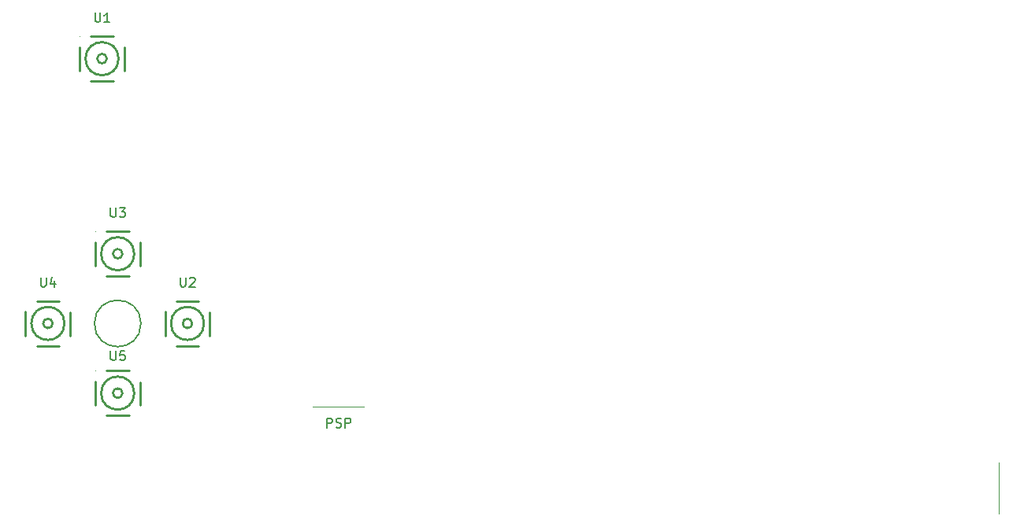
<source format=gbr>
%TF.GenerationSoftware,KiCad,Pcbnew,7.0.5*%
%TF.CreationDate,2023-06-27T09:31:13+01:00*%
%TF.ProjectId,lbuttons,6c627574-746f-46e7-932e-6b696361645f,rev?*%
%TF.SameCoordinates,Original*%
%TF.FileFunction,Legend,Top*%
%TF.FilePolarity,Positive*%
%FSLAX46Y46*%
G04 Gerber Fmt 4.6, Leading zero omitted, Abs format (unit mm)*
G04 Created by KiCad (PCBNEW 7.0.5) date 2023-06-27 09:31:13*
%MOMM*%
%LPD*%
G01*
G04 APERTURE LIST*
%ADD10C,0.150000*%
%ADD11C,0.254000*%
%ADD12C,0.059995*%
%ADD13C,0.120000*%
G04 APERTURE END LIST*
D10*
X127000000Y-115500000D02*
G75*
G03*
X127000000Y-115500000I-2500000J0D01*
G01*
X147011905Y-126704819D02*
X147011905Y-125704819D01*
X147011905Y-125704819D02*
X147392857Y-125704819D01*
X147392857Y-125704819D02*
X147488095Y-125752438D01*
X147488095Y-125752438D02*
X147535714Y-125800057D01*
X147535714Y-125800057D02*
X147583333Y-125895295D01*
X147583333Y-125895295D02*
X147583333Y-126038152D01*
X147583333Y-126038152D02*
X147535714Y-126133390D01*
X147535714Y-126133390D02*
X147488095Y-126181009D01*
X147488095Y-126181009D02*
X147392857Y-126228628D01*
X147392857Y-126228628D02*
X147011905Y-126228628D01*
X147964286Y-126657200D02*
X148107143Y-126704819D01*
X148107143Y-126704819D02*
X148345238Y-126704819D01*
X148345238Y-126704819D02*
X148440476Y-126657200D01*
X148440476Y-126657200D02*
X148488095Y-126609580D01*
X148488095Y-126609580D02*
X148535714Y-126514342D01*
X148535714Y-126514342D02*
X148535714Y-126419104D01*
X148535714Y-126419104D02*
X148488095Y-126323866D01*
X148488095Y-126323866D02*
X148440476Y-126276247D01*
X148440476Y-126276247D02*
X148345238Y-126228628D01*
X148345238Y-126228628D02*
X148154762Y-126181009D01*
X148154762Y-126181009D02*
X148059524Y-126133390D01*
X148059524Y-126133390D02*
X148011905Y-126085771D01*
X148011905Y-126085771D02*
X147964286Y-125990533D01*
X147964286Y-125990533D02*
X147964286Y-125895295D01*
X147964286Y-125895295D02*
X148011905Y-125800057D01*
X148011905Y-125800057D02*
X148059524Y-125752438D01*
X148059524Y-125752438D02*
X148154762Y-125704819D01*
X148154762Y-125704819D02*
X148392857Y-125704819D01*
X148392857Y-125704819D02*
X148535714Y-125752438D01*
X148964286Y-126704819D02*
X148964286Y-125704819D01*
X148964286Y-125704819D02*
X149345238Y-125704819D01*
X149345238Y-125704819D02*
X149440476Y-125752438D01*
X149440476Y-125752438D02*
X149488095Y-125800057D01*
X149488095Y-125800057D02*
X149535714Y-125895295D01*
X149535714Y-125895295D02*
X149535714Y-126038152D01*
X149535714Y-126038152D02*
X149488095Y-126133390D01*
X149488095Y-126133390D02*
X149440476Y-126181009D01*
X149440476Y-126181009D02*
X149345238Y-126228628D01*
X149345238Y-126228628D02*
X148964286Y-126228628D01*
%TO.C,U1*%
X122058072Y-82054768D02*
X122058072Y-82864291D01*
X122058072Y-82864291D02*
X122105691Y-82959529D01*
X122105691Y-82959529D02*
X122153310Y-83007149D01*
X122153310Y-83007149D02*
X122248548Y-83054768D01*
X122248548Y-83054768D02*
X122439024Y-83054768D01*
X122439024Y-83054768D02*
X122534262Y-83007149D01*
X122534262Y-83007149D02*
X122581881Y-82959529D01*
X122581881Y-82959529D02*
X122629500Y-82864291D01*
X122629500Y-82864291D02*
X122629500Y-82054768D01*
X123629500Y-83054768D02*
X123058072Y-83054768D01*
X123343786Y-83054768D02*
X123343786Y-82054768D01*
X123343786Y-82054768D02*
X123248548Y-82197625D01*
X123248548Y-82197625D02*
X123153310Y-82292863D01*
X123153310Y-82292863D02*
X123058072Y-82340482D01*
%TO.C,U5*%
X123738095Y-118454819D02*
X123738095Y-119264342D01*
X123738095Y-119264342D02*
X123785714Y-119359580D01*
X123785714Y-119359580D02*
X123833333Y-119407200D01*
X123833333Y-119407200D02*
X123928571Y-119454819D01*
X123928571Y-119454819D02*
X124119047Y-119454819D01*
X124119047Y-119454819D02*
X124214285Y-119407200D01*
X124214285Y-119407200D02*
X124261904Y-119359580D01*
X124261904Y-119359580D02*
X124309523Y-119264342D01*
X124309523Y-119264342D02*
X124309523Y-118454819D01*
X125261904Y-118454819D02*
X124785714Y-118454819D01*
X124785714Y-118454819D02*
X124738095Y-118931009D01*
X124738095Y-118931009D02*
X124785714Y-118883390D01*
X124785714Y-118883390D02*
X124880952Y-118835771D01*
X124880952Y-118835771D02*
X125119047Y-118835771D01*
X125119047Y-118835771D02*
X125214285Y-118883390D01*
X125214285Y-118883390D02*
X125261904Y-118931009D01*
X125261904Y-118931009D02*
X125309523Y-119026247D01*
X125309523Y-119026247D02*
X125309523Y-119264342D01*
X125309523Y-119264342D02*
X125261904Y-119359580D01*
X125261904Y-119359580D02*
X125214285Y-119407200D01*
X125214285Y-119407200D02*
X125119047Y-119454819D01*
X125119047Y-119454819D02*
X124880952Y-119454819D01*
X124880952Y-119454819D02*
X124785714Y-119407200D01*
X124785714Y-119407200D02*
X124738095Y-119359580D01*
%TO.C,U2*%
X131238095Y-110554768D02*
X131238095Y-111364291D01*
X131238095Y-111364291D02*
X131285714Y-111459529D01*
X131285714Y-111459529D02*
X131333333Y-111507149D01*
X131333333Y-111507149D02*
X131428571Y-111554768D01*
X131428571Y-111554768D02*
X131619047Y-111554768D01*
X131619047Y-111554768D02*
X131714285Y-111507149D01*
X131714285Y-111507149D02*
X131761904Y-111459529D01*
X131761904Y-111459529D02*
X131809523Y-111364291D01*
X131809523Y-111364291D02*
X131809523Y-110554768D01*
X132238095Y-110650006D02*
X132285714Y-110602387D01*
X132285714Y-110602387D02*
X132380952Y-110554768D01*
X132380952Y-110554768D02*
X132619047Y-110554768D01*
X132619047Y-110554768D02*
X132714285Y-110602387D01*
X132714285Y-110602387D02*
X132761904Y-110650006D01*
X132761904Y-110650006D02*
X132809523Y-110745244D01*
X132809523Y-110745244D02*
X132809523Y-110840482D01*
X132809523Y-110840482D02*
X132761904Y-110983339D01*
X132761904Y-110983339D02*
X132190476Y-111554768D01*
X132190476Y-111554768D02*
X132809523Y-111554768D01*
%TO.C,U4*%
X116238095Y-110554768D02*
X116238095Y-111364291D01*
X116238095Y-111364291D02*
X116285714Y-111459529D01*
X116285714Y-111459529D02*
X116333333Y-111507149D01*
X116333333Y-111507149D02*
X116428571Y-111554768D01*
X116428571Y-111554768D02*
X116619047Y-111554768D01*
X116619047Y-111554768D02*
X116714285Y-111507149D01*
X116714285Y-111507149D02*
X116761904Y-111459529D01*
X116761904Y-111459529D02*
X116809523Y-111364291D01*
X116809523Y-111364291D02*
X116809523Y-110554768D01*
X117714285Y-110888101D02*
X117714285Y-111554768D01*
X117476190Y-110507149D02*
X117238095Y-111221434D01*
X117238095Y-111221434D02*
X117857142Y-111221434D01*
%TO.C,U3*%
X123738095Y-103054768D02*
X123738095Y-103864291D01*
X123738095Y-103864291D02*
X123785714Y-103959529D01*
X123785714Y-103959529D02*
X123833333Y-104007149D01*
X123833333Y-104007149D02*
X123928571Y-104054768D01*
X123928571Y-104054768D02*
X124119047Y-104054768D01*
X124119047Y-104054768D02*
X124214285Y-104007149D01*
X124214285Y-104007149D02*
X124261904Y-103959529D01*
X124261904Y-103959529D02*
X124309523Y-103864291D01*
X124309523Y-103864291D02*
X124309523Y-103054768D01*
X124690476Y-103054768D02*
X125309523Y-103054768D01*
X125309523Y-103054768D02*
X124976190Y-103435720D01*
X124976190Y-103435720D02*
X125119047Y-103435720D01*
X125119047Y-103435720D02*
X125214285Y-103483339D01*
X125214285Y-103483339D02*
X125261904Y-103530958D01*
X125261904Y-103530958D02*
X125309523Y-103626196D01*
X125309523Y-103626196D02*
X125309523Y-103864291D01*
X125309523Y-103864291D02*
X125261904Y-103959529D01*
X125261904Y-103959529D02*
X125214285Y-104007149D01*
X125214285Y-104007149D02*
X125119047Y-104054768D01*
X125119047Y-104054768D02*
X124833333Y-104054768D01*
X124833333Y-104054768D02*
X124738095Y-104007149D01*
X124738095Y-104007149D02*
X124690476Y-103959529D01*
D11*
%TO.C,U1*%
X124597854Y-87000000D02*
G75*
G03*
X124597854Y-87000000I-1778004J0D01*
G01*
X123327851Y-87000000D02*
G75*
G03*
X123327851Y-87000000I-508001J0D01*
G01*
D12*
X120449974Y-84600127D02*
G75*
G03*
X120449974Y-84600127I-29997J0D01*
G01*
D11*
X125219977Y-85800127D02*
X125219977Y-88300127D01*
X124018732Y-89400051D02*
X121620968Y-89400051D01*
X121620968Y-84599949D02*
X124018732Y-84599949D01*
X120419977Y-85731267D02*
X120419977Y-88300127D01*
%TO.C,U5*%
X122100000Y-121731267D02*
X122100000Y-124300127D01*
X123300991Y-120599949D02*
X125698755Y-120599949D01*
X125698755Y-125400051D02*
X123300991Y-125400051D01*
X126900000Y-121800127D02*
X126900000Y-124300127D01*
D12*
X122129997Y-120600127D02*
G75*
G03*
X122129997Y-120600127I-29997J0D01*
G01*
D11*
X125007874Y-123000000D02*
G75*
G03*
X125007874Y-123000000I-508001J0D01*
G01*
X126277877Y-123000000D02*
G75*
G03*
X126277877Y-123000000I-1778004J0D01*
G01*
%TO.C,U2*%
X129600000Y-114231267D02*
X129600000Y-116800127D01*
X130800991Y-113099949D02*
X133198755Y-113099949D01*
X133198755Y-117900051D02*
X130800991Y-117900051D01*
X134400000Y-114300127D02*
X134400000Y-116800127D01*
D12*
X129629997Y-113100127D02*
G75*
G03*
X129629997Y-113100127I-29997J0D01*
G01*
D11*
X132507874Y-115500000D02*
G75*
G03*
X132507874Y-115500000I-508001J0D01*
G01*
X133777877Y-115500000D02*
G75*
G03*
X133777877Y-115500000I-1778004J0D01*
G01*
%TO.C,U4*%
X114600000Y-114231267D02*
X114600000Y-116800127D01*
X115800991Y-113099949D02*
X118198755Y-113099949D01*
X118198755Y-117900051D02*
X115800991Y-117900051D01*
X119400000Y-114300127D02*
X119400000Y-116800127D01*
D12*
X114629997Y-113100127D02*
G75*
G03*
X114629997Y-113100127I-29997J0D01*
G01*
D11*
X117507874Y-115500000D02*
G75*
G03*
X117507874Y-115500000I-508001J0D01*
G01*
X118777877Y-115500000D02*
G75*
G03*
X118777877Y-115500000I-1778004J0D01*
G01*
D13*
%TO.C,C2*%
X219250000Y-130500000D02*
X219250000Y-136000000D01*
D11*
%TO.C,U3*%
X122100000Y-106731267D02*
X122100000Y-109300127D01*
X123300991Y-105599949D02*
X125698755Y-105599949D01*
X125698755Y-110400051D02*
X123300991Y-110400051D01*
X126900000Y-106800127D02*
X126900000Y-109300127D01*
D12*
X122129997Y-105600127D02*
G75*
G03*
X122129997Y-105600127I-29997J0D01*
G01*
D11*
X125007874Y-108000000D02*
G75*
G03*
X125007874Y-108000000I-508001J0D01*
G01*
X126277877Y-108000000D02*
G75*
G03*
X126277877Y-108000000I-1778004J0D01*
G01*
D13*
%TO.C,C1*%
X145500000Y-124500000D02*
X151000000Y-124500000D01*
%TD*%
M02*

</source>
